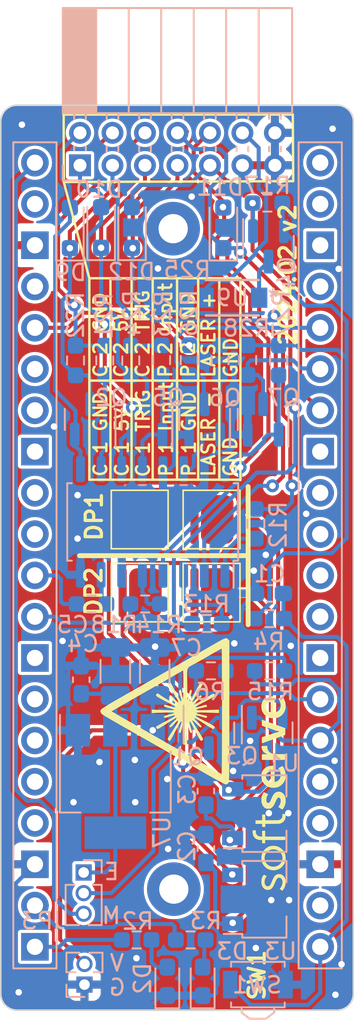
<source format=kicad_pcb>
(kicad_pcb (version 20221018) (generator pcbnew)
  (layers (0 "F.Cu" signal) (31 "B.Cu" signal) (34 "B.Paste" user) (35 "F.Paste" user) (36 "B.SilkS" user "B.Silkscreen") (37 "F.SilkS" user "F.Silkscreen") (38 "B.Mask" user) (39 "F.Mask" user) (44 "Edge.Cuts" user))
  (net 0 "")
  (net 1 "USER_BUTTON")
  (net 2 "GND")
  (net 3 "+3.3V")
  (net 4 "CAM 2 TRIG")
  (net 5 "CAM 2 GND")
  (net 6 "Net-(JP3-A)")
  (net 7 "CAM 1 TRIG")
  (net 8 "Net-(D2-A)")
  (net 9 "Net-(D3-A)")
  (net 10 "Net-(D4-A)")
  (net 11 "Net-(J4-Pin_2)")
  (net 12 "CAM 1 GND")
  (net 13 "Net-(D1-K)")
  (net 14 "PRJ 2 Input")
  (net 15 "PRJ 2 GND")
  (net 16 "PRJ 1 Input")
  (net 17 "PRJ 1 GND")
  (net 18 "CAM 2 5V")
  (net 19 "DOTS_PROJECTOR_2")
  (net 20 "+5V")
  (net 21 "Net-(D4-K)")
  (net 22 "DOTS_PROJECTOR_1")
  (net 23 "Net-(D1-A)")
  (net 24 "Lazer OUT")
  (net 25 "Net-(Q4-D)")
  (net 26 "CAM 1 5V")
  (net 27 "TRIG_OUTPUT_2")
  (net 28 "LED_2")
  (net 29 "LED_1")
  (net 31 "Net-(Q2-B)")
  (net 32 "TRIG_OUTPUT_1")
  (net 54 "Net-(Q5-B)")
  (net 55 "Net-(Q6-B)")
  (net 56 "Net-(Q7-B)")
  (net 57 "Net-(R12-Pad1)")
  (net 58 "Net-(R13-Pad1)")
  (net 59 "Net-(R14-Pad1)")
  (net 60 "Net-(R18-Pad1)")
  (net 61 "+5P")
  (net 62 "TRIG_INPUT_PRJ_2")
  (net 63 "TRIG_INPUT_PRJ_1")
  (net 66 "Net-(J2-Pin_12)")
  (footprint "footprint_library:BELICE-850" (layer "F.Cu") (at 74.4 98.1)
    (fp_text reference "D8" hide)
    (fp_text value "BELICE-850" hide)
  )
  (footprint "footprint_library:BELICE-850" (layer "F.Cu") (at 78.825 102.6)
    (fp_text reference "D5" hide)
    (fp_text value "BELICE-850" hide)
  )
  (footprint "Laser.preety:softserve_logo" (layer "F.Cu") (at 80 111.75 90)
    (fp_text reference "G***" hide)
    (fp_text value "LOGO" hide)
  )
  (footprint "footprint_library:BELICE-850" (layer "F.Cu") (at 74.4 102.6)
    (fp_text reference "D4" hide)
    (fp_text value "BELICE-850" hide)
  )
  (footprint "footprint_library:BELICE-850" (layer "F.Cu") (at 78.825 98.1)
    (fp_text reference "D1" hide)
    (fp_text value "BELICE-850" hide)
  )
  (footprint "Laser.preety:laser_2" (layer "F.Cu") (at 73.575 106.725 90)
    (fp_text reference "G***" hide)
    (fp_text value "LOGO" hide)
  )
  (footprint "LED_SMD:LED_0603_1608Metric_Pad1.05x0.95mm_HandSolder" (layer "B.Cu") (at 73.75 123.325 90)
    (fp_text reference "D2")
    (fp_text value "LED" hide)
  )
  (footprint "Resistor_SMD:R_0603_1608Metric_Pad0.98x0.95mm_HandSolder" (layer "B.Cu") (at 80.6 85.1 90)
    (fp_text reference "R27")
    (fp_text value "5.1k" hide)
  )
  (footprint "Package_TO_SOT_SMD:SOT-23" (layer "B.Cu") (at 76.05 88.7375 90)
    (fp_text reference "Q6")
    (fp_text value "S8050" hide)
  )
  (footprint "Capacitor_SMD:C_0603_1608Metric_Pad1.08x0.95mm_HandSolder" (layer "B.Cu") (at 76.125 115.15 90)
    (fp_text reference "C2")
    (fp_text value "1u" hide)
  )
  (footprint "Package_TO_SOT_SMD:SOT-89-3" (layer "B.Cu") (at 79.725 118.275)
    (fp_text reference "U3")
    (fp_text value "AMC7135" hide)
  )
  (footprint "Resistor_SMD:R_0603_1608Metric_Pad0.98x0.95mm_HandSolder" (layer "B.Cu") (at 71.8625 120.775 180)
    (fp_text reference "R2")
    (fp_text value "300" hide)
  )
  (footprint "Connector_PinHeader_1.27mm:PinHeader_1x03_P1.27mm_Vertical" (layer "B.Cu") (at 68.6 116.625 180)
    (fp_text reference "JP3")
    (fp_text value "Jumper_3_Bridged12" hide)
  )
  (footprint "footprint_library:POWERDI123-C2_DIO" (layer "B.Cu") (at 77.749 81.25 180)
    (fp_text reference "U9")
    (fp_text value "AL5809-20P1-7")
  )
  (footprint "Package_TO_SOT_SMD:SOT-23" (layer "B.Cu") (at 79.65 88.7375 90)
    (fp_text reference "Q7")
    (fp_text value "S8050" hide)
  )
  (footprint "Resistor_SMD:R_0603_1608Metric_Pad0.98x0.95mm_HandSolder" (layer "B.Cu") (at 75.1 85.0875 90)
    (fp_text reference "R26")
    (fp_text value "5.1k" hide)
  )
  (footprint "Package_TO_SOT_SMD:SOT-23" (layer "B.Cu") (at 76.311 108.0375 -90)
    (fp_text reference "Q1")
    (fp_text value "FDN358P" hide)
  )
  (footprint "Resistor_SMD:R_0603_1608Metric_Pad0.98x0.95mm_HandSolder" (layer "B.Cu") (at 79.2 95.1625 90)
    (fp_text reference "R12")
    (fp_text value "220" hide)
  )
  (footprint "Resistor_SMD:R_0603_1608Metric_Pad0.98x0.95mm_HandSolder" (layer "B.Cu") (at 78.7 85.0875 90)
    (fp_text reference "R28")
    (fp_text value "5.1k" hide)
  )
  (footprint "Resistor_SMD:R_0603_1608Metric_Pad0.98x0.95mm_HandSolder" (layer "B.Cu") (at 75.1875 120.775 180)
    (fp_text reference "R3")
    (fp_text value "300" hide)
  )
  (footprint "Resistor_SMD:R_0603_1608Metric_Pad0.98x0.95mm_HandSolder" (layer "B.Cu") (at 79.9125 75.425)
    (fp_text reference "R17")
    (fp_text value "9k" hide)
  )
  (footprint "Capacitor_SMD:C_0603_1608Metric_Pad1.08x0.95mm_HandSolder" (layer "B.Cu") (at 76.125 111.6125 90)
    (fp_text reference "C3")
    (fp_text value "1u" hide)
  )
  (footprint "Package_TO_SOT_SMD:SOT-23" (layer "B.Cu") (at 79.9 108.0375 -90)
    (fp_text reference "Q3")
    (fp_text value "FDN358P" hide)
  )
  (footprint "Diode_SMD:D_SOD-323_HandSoldering" (layer "B.Cu") (at 67.75 76.95 90)
    (fp_text reference "D9")
    (fp_text value "CDSOD323-T05C" hide)
  )
  (footprint "Resistor_SMD:R_0603_1608Metric_Pad0.98x0.95mm_HandSolder" (layer "B.Cu") (at 71.5 85.1125 90)
    (fp_text reference "R24")
    (fp_text value "5.1k" hide)
  )
  (footprint "Diode_SMD:D_SOD-323_HandSoldering" (layer "B.Cu") (at 71.575 76.925 90)
    (fp_text reference "D12")
    (fp_text value "CDSOD323-T05C" hide)
  )
  (footprint "Capacitor_SMD:C_0603_1608Metric_Pad1.08x0.95mm_HandSolder" (layer "B.Cu") (at 68.45 104.7625 90)
    (fp_text reference "C5")
    (fp_text value "100n" hide)
  )
  (footprint "Resistor_SMD:R_0603_1608Metric_Pad0.98x0.95mm_HandSolder" (layer "B.Cu") (at 68.1 85.1125 90)
    (fp_text reference "R22")
    (fp_text value "5.1k" hide)
  )
  (footprint "Resistor_SMD:R_0603_1608Metric_Pad0.98x0.95mm_HandSolder" (layer "B.Cu") (at 77 85.0875 90)
    (fp_text reference "R25")
    (fp_text value "5.1k" hide)
  )
  (footprint "Resistor_SMD:R_0603_1608Metric_Pad0.98x0.95mm_HandSolder" (layer "B.Cu") (at 73.4 85.0875 90)
    (fp_text reference "R23")
    (fp_text value "5.1k" hide)
  )
  (footprint "Package_TO_SOT_SMD:SOT-223-3_TabPin2" (layer "B.Cu") (at 70.55 111.025 -90)
    (fp_text reference "U7")
    (fp_text value "AMS1117-5.0" hide)
  )
  (footprint "Resistor_SMD:R_0603_1608Metric_Pad0.98x0.95mm_HandSolder" (layer "B.Cu") (at 72.3875 100.1 180)
    (fp_text reference "R14")
    (fp_text value "220" hide)
  )
  (footprint "Package_TO_SOT_SMD:SOT-23" (layer "B.Cu") (at 79.975 78.0875 -90)
    (fp_text reference "Q4")
    (fp_text value "FDN358P" hide)
  )
  (footprint "Resistor_SMD:R_0603_1608Metric_Pad0.98x0.95mm_HandSolder" (layer "B.Cu") (at 80.0375 101)
    (fp_text reference "R4")
    (fp_text value "10k" hide)
  )
  (footprint "Resistor_SMD:R_0603_1608Metric_Pad0.98x0.95mm_HandSolder" (layer "B.Cu") (at 69.9 85.1125 90)
    (fp_text reference "R21")
    (fp_text value "5.1k" hide)
  )
  (footprint "LED_SMD:LED_0603_1608Metric_Pad1.05x0.95mm_HandSolder" (layer "B.Cu") (at 75.925 123.325 90)
    (fp_text reference "D3")
    (fp_text value "LED" hide)
  )
  (footprint "Package_SO:SOIC-16_4.55x10.3mm_P1.27mm" (layer "B.Cu") (at 72.85 95.05 90)
    (fp_text reference "U10" hide)
    (fp_text value "TLP291-4" hide)
  )
  (footprint "Package_TO_SOT_SMD:SOT-23" (layer "B.Cu") (at 72.5 88.7375 90)
    (fp_text reference "Q5")
    (fp_text value "S8050" hide)
  )
  (footprint "Capacitor_SMD:C_1206_3216Metric" (layer "B.Cu") (at 70.55 104.25 90)
    (fp_text reference "C4")
    (fp_text value "22u" hide)
  )
  (footprint "Capacitor_SMD:C_0603_1608Metric_Pad1.08x0.95mm_HandSolder" (layer "B.Cu") (at 80.0375 99.45 180)
    (fp_text reference "C1")
    (fp_text value "100n" hide)
  )
  (footprint "Diode_SMD:D_SOD-323_HandSoldering" (layer "B.Cu") (at 77.2 76.95 90)
    (fp_text reference "D11")
    (fp_text value "CDSOD323-T05C" hide)
  )
  (footprint "Diode_SMD:D_SOD-323_HandSoldering" (layer "B.Cu") (at 69.675 76.925 90)
    (fp_text reference "D10")
    (fp_text value "CDSOD323-T05C" hide)
  )
  (footprint "Capacitor_SMD:C_1206_3216Metric" (layer "B.Cu") (at 72.975 104.25 90)
    (fp_text reference "C7")
    (fp_text value "22u" hide)
  )
  (footprint "Connector_PinSocket_2.00mm:PinSocket_2x07_P2.00mm_Horizontal" (layer "B.Cu") (at 68.375 73.1 -90)
    (fp_text reference "J2" hide)
    (fp_text value "Conn_02x07_Top_Bottom" hide)
  )
  (footprint "Connector_PinHeader_1.27mm:PinHeader_1x02_P1.27mm_Vertical" (layer "B.Cu") (at 68.65 123.525)
    (fp_text reference "J4" hide)
    (fp_text value "External power" hide)
  )
  (footprint "Package_TO_SOT_SMD:SOT-89-3" (layer "B.Cu") (at 79.725 113)
    (fp_text reference "U1")
    (fp_text value "AMC7135" hide)
  )
  (footprint "Resistor_SMD:R_0603_1608Metric_Pad0.98x0.95mm_HandSolder" (layer "B.Cu") (at 76.4375 104.2125)
    (fp_text reference "R6")
    (fp_text value "9k" hide)
  )
  (footprint "Resistor_SMD:R_0603_1608Metric_Pad0.98x0.95mm_HandSolder" (layer "B.Cu") (at 80.0375 104.2125)
    (fp_text reference "R15")
    (fp_text value "9k" hide)
  )
  (footprint "Button_Switch_SMD:SW_SPST_B3U-3000P" (layer "B.Cu") (at 79.325 123.525)
    (fp_text reference "SW1")
    (fp_text value "SW_Push" hide)
  )
  (footprint "Resistor_SMD:R_0603_1608Metric_Pad0.98x0.95mm_HandSolder" (layer "B.Cu") (at 69.0875 100.1 180)
    (fp_text reference "R18")
    (fp_text value "220" hide)
  )
  (footprint "Library_footprint:WeAct-RP2040-Pico" (layer "B.Cu") (at 74.374 97.082 180)
    (fp_text reference "U2" hide)
    (fp_text value "WeAct-RP2040-Pico" hide)
  )
  (footprint "Resistor_SMD:R_0603_1608Metric_Pad0.98x0.95mm_HandSolder" (layer "B.Cu") (at 76.1875 101.3 180)
    (fp_text reference "R13")
    (fp_text value "220" hide)
  )
  (footprint "Package_TO_SOT_SMD:SOT-23" (layer "B.Cu") (at 69 88.7375 90)
    (fp_text reference "Q2")
    (fp_text value "S8050" hide)
  )
  (gr_line (start 76.95 80.05) (end 75.65 80.05) (stroke (width 0.15)) (layer "F.SilkS"))
  (gr_line (start 75.65 86.35) (end 76.85 86.35) (stroke (width 0.15)) (layer "F.SilkS"))
  (gr_line (start 81.5 74.075) (end 81.475 69.975) (stroke (width 0.15)) (layer "F.SilkS"))
  (gr_line (start 76.85 86.35) (end 76.95 86.35) (stroke (width 0.15)) (layer "F.SilkS"))
  (gr_line (start 76.95 92.45) (end 75.65 92.45) (stroke (width 0.15)) (layer "F.SilkS"))
  (gr_line (start 75.6 80.05) (end 69 80.05) (stroke (width 0.15)) (layer "F.SilkS"))
  (gr_line (start 68.95 92.45) (end 68.95 80.05) (stroke (width 0.15)) (layer "F.SilkS"))
  (gr_line (start 67.37 69.95) (end 67.375 74.125) (stroke (width 0.15)) (layer "F.SilkS"))
  (gr_line (start 76.95 86.35) (end 76.95 92.45) (stroke (width 0.15)) (layer "F.SilkS"))
  (gr_line (start 75.65 92.45) (end 68.95 92.45) (stroke (width 0.15)) (layer "F.SilkS"))
  (gr_line (start 75.65 80.25) (end 75.65 80.05) (stroke (width 0.15)) (layer "F.SilkS"))
  (gr_line (start 78.25 86.375) (end 78.25 92.475) (stroke (width 0.15)) (layer "F.SilkS"))
  (gr_line (start 78.725 97.125) (end 78.725 92.875) (stroke (width 0.3)) (layer "F.SilkS"))
  (gr_line (start 75.65 80.25) (end 75.65 92.45) (stroke (width 0.15)) (layer "F.SilkS"))
  (gr_line (start 67.375 74.125) (end 81.5 74.075) (stroke (width 0.15)) (layer "F.SilkS"))
  (gr_line (start 76.95 86.35) (end 78.15 86.35) (stroke (width 0.15)) (layer "F.SilkS"))
  (gr_line (start 67.35 69.975) (end 81.475 69.975) (stroke (width 0.15)) (layer "F.SilkS"))
  (gr_line (start 78.725 97.125) (end 78.725 101.375) (stroke (width 0.3)) (layer "F.SilkS"))
  (gr_line (start 78.25 86.35) (end 78.25 80.05) (stroke (width 0.15)) (layer "F.SilkS"))
  (gr_line (start 77 80.05) (end 78.2 80.05) (stroke (width 0.15)) (layer "F.SilkS"))
  (gr_line (start 74.35 80.05) (end 74.35 92.45) (stroke (width 0.15)) (layer "F.SilkS"))
  (gr_line (start 71.55 80.05) (end 71.55 92.45) (stroke (width 0.15)) (layer "F.SilkS"))
  (gr_line (start 76.95 86.35) (end 76.95 80.05) (stroke (width 0.15)) (layer "F.SilkS"))
  (gr_line (start 68.95 80.05) (end 67.375 74.125) (stroke (width 0.15)) (layer "F.SilkS"))
  (gr_line (start 75.65 80.05) (end 75.6 80.05) (stroke (width 0.15)) (layer "F.SilkS"))
  (gr_line (start 78.25 92.45) (end 76.95 92.45) (stroke (width 0.15)) (layer "F.SilkS"))
  (gr_line (start 75.65 86.35) (end 68.95 86.35) (stroke (width 0.15)) (layer "F.SilkS"))
  (gr_line (start 72.85 80.05) (end 72.85 92.45) (stroke (width 0.15)) (layer "F.SilkS"))
  (gr_line (start 70.25 80.05) (end 70.25 92.45) (stroke (width 0.15)) (layer "F.SilkS"))
  (gr_line (start 78.725 97.125) (end 68.35 97.125) (stroke (width 0.3)) (layer "F.SilkS"))
  (gr_line (start 85.2 124.1) (end 85.2 70.85) (stroke (width 0.1)) (layer "Edge.Cuts"))
  (gr_arc (start 84.2 69.4) (mid 84.907107 69.692893) (end 85.2 70.4) (stroke (width 0.1)) (layer "Edge.Cuts"))
  (gr_line (start 64.5 125.1) (end 84.2 125.1) (stroke (width 0.1)) (layer "Edge.Cuts"))
  (gr_line (start 63.5 70.4) (end 63.5 70.85) (stroke (width 0.1)) (layer "Edge.Cuts"))
  (gr_arc (start 85.2 124.1) (mid 84.907107 124.807107) (end 84.2 125.1) (stroke (width 0.1)) (layer "Edge.Cuts"))
  (gr_arc (start 64.5 125.1) (mid 63.792893 124.807107) (end 63.5 124.1) (stroke (width 0.1)) (layer "Edge.Cuts"))
  (gr_arc (start 63.5 70.4) (mid 63.792893 69.692893) (end 64.5 69.4) (stroke (width 0.1)) (layer "Edge.Cuts"))
  (gr_line (start 85.2 70.4) (end 85.2 70.85) (stroke (width 0.1)) (layer "Edge.Cuts"))
  (gr_line (start 63.5 70.85) (end 63.5 124.1) (stroke (width 0.1)) (layer "Edge.Cuts"))
  (gr_line (start 84.2 69.4) (end 64.5 69.4) (stroke (width 0.1)) (layer "Edge.Cuts"))
  (gr_text "M" (at 70.3 119.275) (layer "B.SilkS") (effects (font (size 1 1)) (justify mirror)))
  (gr_text "E" (at 70.325 116.575) (layer "B.SilkS") (effects (font (size 1 1)) (justify mirror)))
  (gr_text "V" (at 70.65 122.2) (layer "B.SilkS") (effects (font (size 1 1)) (justify mirror)))
  (gr_text "G" (at 70.675 123.7) (layer "B.SilkS") (effects (font (size 1 1)) (justify mirror)))
  (gr_text "P 2 GND" (at 75.5 86.25 90) (layer "F.SilkS") (effects (font (size 0.8 0.8)) (justify left bottom)))
  (gr_text "C 2 5V" (at 71.375 86.25 90) (layer "F.SilkS") (effects (font (size 0.8 0.8)) (justify left bottom)))
  (gr_text "P 1 GND" (at 75.55 92.35 90) (layer "F.SilkS") (effects (font (size 0.8 0.8)) (justify left bottom)))
  (gr_text "LASER -\n" (at 76.75 92.35 90) (layer "F.SilkS") (effects (font (size 0.8 0.8)) (justify left bottom)))
  (gr_text "C 1 GND" (at 70.1 92.35 90) (layer "F.SilkS") (effects (font (size 0.8 0.8)) (justify left bottom)))
  (gr_text "SW1" (at 79.85 124.6 90) (layer "F.SilkS") (effects (font (size 1 1) (thickness 0.2) bold) (justify left bottom)))
  (gr_text "C 1 TRIG" (at 72.725 92.375 90) (layer "F.SilkS") (effects (font (size 0.8 0.8)) (justify left bottom)))
  (gr_text "2024.02 v2" (at 81.75 84.3 90) (layer "F.SilkS") (effects (font (size 1 1) (thickness 0.2) bold) (justify left bottom)))
  (gr_text "GND" (at 78.125 86.25 90) (layer "F.SilkS") (effects (font (size 0.8 0.8)) (justify left bottom)))
  (gr_text "LASER +" (at 76.75 86.25 90) (layer "F.SilkS") (effects (font (size 0.8 0.8)) (justify left bottom)))
  (gr_text "C 2 GND" (at 70.1 86.25 90) (layer "F.SilkS") (effects (font (size 0.8 0.8)) (justify left bottom)))
  (gr_text "DP1" (at 69.825 96.325 90) (layer "F.SilkS") (effects (font (size 1 1) (thickness 0.2) bold) (justify left bottom)))
  (gr_text "GND" (at 78.1 92.35 90) (layer "F.SilkS") (effects (font (size 0.8 0.8)) (justify left bottom)))
  (gr_text "P 2 Input" (at 74.1 86.25 90) (layer "F.SilkS") (effects (font (size 0.8 0.8)) (justify left bottom)))
  (gr_text "P 1 Input" (at 74.15 92.35 90) (layer "F.SilkS") (effects (font (size 0.8 0.8)) (justify left bottom)))
  (gr_text "C 1 5V" (at 71.425 92.35 90) (layer "F.SilkS") (effects (font (size 0.8 0.8)) (justify left bottom)))
  (gr_text "C 2 TRIG" (at 72.7 86.25 90) (layer "F.SilkS") (effects (font (size 0.8 0.8)) (justify left bottom)))
  (gr_text "DP2" (at 69.8 100.925 90) (layer "F.SilkS") (effects (font (size 1 1) (thickness 0.2) bold) (justify left bottom)))
  (via (at 74.15 117.65) (size 3.3) (drill 1.8) (layers "F.Cu" "B.Cu") (net 0))
  (segment (start 83.164 124.036) (end 83.164 121.2) (width 0.25) (layer "B.Cu") (net 1))
  (segment (start 82.075 102.125) (end 84.219 102.125) (width 0.25) (layer "B.Cu") (net 1))
  (segment (start 84.789 102.695) (end 84.219 102.125) (width 0.25) (layer "B.Cu") (net 1))
  (segment (start 84.789 119.575) (end 84.789 102.695) (width 0.25) (layer "B.Cu") (net 1))
  (segment (start 82.425 124.775) (end 83.164 124.036) (width 0.25) (layer "B.Cu") (net 1))
  (segment (start 78.875 124.775) (end 82.425 124.775) (width 0.25) (layer "B.Cu") (net 1))
  (segment (start 83.164 121.2) (end 84.789 119.575) (width 0.25) (layer "B.Cu") (net 1))
  (segment (start 80.9 99.45) (end 80.9 100.95) (width 0.25) (layer "B.Cu") (net 1))
  (segment (start 77.625 123.525) (end 78.875 124.775) (width 0.25) (layer "B.Cu") (net 1))
  (segment (start 80.95 101) (end 82.075 102.125) (width 0.25) (layer "B.Cu") (net 1))
  (segment (start 80.9 100.95) (end 80.95 101) (width 0.25) (layer "B.Cu") (net 1))
  (via (at 77.8 110.375) (size 0.8) (drill 0.4) (layers "F.Cu" "B.Cu") (net 2))
  (via (at 79.2 121.275) (size 0.8) (drill 0.4) (layers "F.Cu" "B.Cu") (net 2))
  (via (at 79.811818 97.073636) (size 0.8) (drill 0.4) (layers "F.Cu" "B.Cu") (net 2))
  (via (at 68.225 96.075) (size 0.8) (drill 0.4) (layers "F.Cu" "B.Cu") (net 2))
  (via (at 80.15 118.325) (size 0.8) (drill 0.4) (layers "F.Cu" "B.Cu") (net 2))
  (via (at 73 102.725) (size 0.8) (drill 0.4) (layers "F.Cu" "B.Cu") (net 2))
  (via (at 84.475 122.275) (size 0.8) (drill 0.4) (layers "F.Cu" "B.Cu") (net 2))
  (via (at 71.775 112.3) (size 0.8) (drill 0.4) (layers "F.Cu" "B.Cu") (net 2))
  (via (at 80 112.975) (size 0.8) (drill 0.4) (layers "F.Cu" "B.Cu") (net 2))
  (via (at 78.85 108.525) (size 0.8) (drill 0.4) (layers "F.Cu" "B.Cu") (net 2))
  (via (at 81.35 102.675) (size 0.8) (drill 0.4) (layers "F.Cu" "B.Cu") (net 2))
  (via (at 84.05 109.75) (size 0.8) (drill 0.4) (layers "F.Cu" "B.Cu") (net 2))
  (via (at 84.3 79.475) (size 0.8) (drill 0.4) (layers "F.Cu" "B.Cu") (net 2))
  (via (at 64.6 124) (size 0.8) (drill 0.4) (layers "F.Cu" "B.Cu") (net 2))
  (via (at 82.3 94.55) (size 0.8) (drill 0.4) (layers "F.Cu" "B.Cu") (net 2))
  (via (at 69.575 109.825) (size 0.8) (drill 0.4) (layers "F.Cu" "B.Cu") (net 2))
  (via (at 71.75 109.7) (size 0.8) (drill 0.4) (layers "F.Cu" "B.Cu") (net 2))
  (via (at 75.25 75.025) (size 0.8) (drill 0.4) (layers "F.Cu" "B.Cu") (net 2))
  (via (at 67.3 102.375) (size 0.8) (drill 0.4) (layers "F.Cu" "B.Cu") (net 2))
  (via (at 79.075 98.05) (size 0.8) (drill 0.4) (layers "F.Cu" "B.Cu") (net 2))
  (via (at 71.85 121.9) (size 0.8) (drill 0.4) (layers "F.Cu" "B.Cu") (net 2))
  (via (at 77.875 102.525) (size 0.8) (drill 0.4) (layers "F.Cu" "B.Cu") (net 2))
  (via (at 67.975 112.3) (size 0.8) (drill 0.4) (layers "F.Cu" "B.Cu") (net 2))
  (via (at 64.8 70.6) (size 0.8) (drill 0.4) (layers "F.Cu" "B.Cu") (net 2))
  (via (at 83.925 70.85) (size 0.8) (drill 0.4) (layers "F.Cu" "B.Cu") (net 2))
  (via (at 73.175 79.45) (size 0.8) (drill 0.4) (layers "F.Cu" "B.Cu") (net 2))
  (via (at 66.775 89.175) (size 0.8) (drill 0.4) (layers "F.Cu" "B.Cu") (net 2))
  (via (at 84.1 124.15) (size 0.8) (drill 0.4) (layers "F.Cu" "B.Cu") (net 2))
  (via (at 73.8 115.175) (size 0.8) (drill 0.4) (layers "F.Cu" "B.Cu") (net 2))
  (via (at 73.75 110.875) (size 0.8) (drill 0.4) (layers "F.Cu" "B.Cu") (net 2))
  (via (at 81.25 118.325) (size 0.8) (drill 0.4) (layers "F.Cu" "B.Cu") (net 2))
  (via (at 81.2 112.975) (size 0.8) (drill 0.4) (layers "F.Cu" "B.Cu") (net 2))
  (via (at 68.225 93.4) (size 0.8) (drill 0.4) (layers "F.Cu" "B.Cu") (net 2))
  (segment (start 79.85 122.35) (end 81.025 123.525) (width 0.25) (layer "B.Cu") (net 2))
  (segment (start 76.975 122.35) (end 78.775 122.35) (width 0.25) (layer "B.Cu") (net 2))
  (segment (start 67.75 103.9) (end 67.65 104) (width 0.25) (layer "B.Cu") (net 2))
  (segment (start 77.7 102.775) (end 73 102.725) (width 0.25) (layer "B.Cu") (net 2))
  (segment (start 79.525 118.275) (end 79.475 118.325) (width 0.25) (layer "B.Cu") (net 2))
  (segment (start 75.325 110.825) (end 74.5 111.65) (width 0.25) (layer "B.Cu") (net 2))
  (segment (start 80.125 115.6) (end 80.025 115.5) (width 0.25) (layer "B.Cu") (net 2))
  (segment (start 73.485 92.785) (end 73.7 93) (width 0.25) (layer "B.Cu") (net 2))
  (segment (start 73.485 91.8) (end 73.485 92.785) (width 0.25) (layer "B.Cu") (net 2))
  (segment (start 76.125 114.225) (end 76.125 113.932995) (width 0.25) (layer "B.Cu") (net 2))
  (segment (start 73 102.725) (end 72.975 102.775) (width 0.25) (layer "B.Cu") (net 2))
  (segment (start 76.125 110.825) (end 75.325 110.825) (width 0.25) (layer "B.Cu") (net 2))
  (segment (start 68.425 124.75) (end 72.775 124.75) (width 0.25) (layer "B.Cu") (net 2))
  (segment (start 79.475 118.325) (end 80.15 118.325) (width 0.25) (layer "B.Cu") (net 2))
  (segment (start 74.5 111.65) (end 74.5 113.55) (width 0.25) (layer "B.Cu") (net 2))
  (segment (start 75.925 124.2) (end 76.6 124.2) (width 0.25) (layer "B.Cu") (net 2))
  (segment (start 79.55 113.15) (end 80 112.975) (width 0.25) (layer "B.Cu") (net 2))
  (segment (start 68.405 96.995) (end 68.925 96.475) (width 0.25) (layer "B.Cu") (net 2))
  (segment (start 74.155 91.545) (end 74.155 90.145) (width 0.25) (layer "B.Cu") (net 2))
  (segment (start 80.125 115.925) (end 80.125 115.6) (width 0.25) (layer "B.Cu") (net 2))
  (segment (start 70.725 96.475) (end 70.75 96.45) (width 0.25) (layer "B.Cu") (net 2))
  (segment (start 73.325 124.2) (end 72.775 124.75) (width 0.25) (layer "B.Cu") (net 2))
  (segment (start 76.75 122.575) (end 76.975 122.35) (width 0.25) (layer "B.Cu") (net 2))
  (segment (start 80.15 117.65) (end 80.125 117.675) (width 0.25) (layer "B.Cu") (net 2))
  (segment (start 68.45 103) (end 68.45 103.9) (width 0.25) (layer "B.Cu") (net 2))
  (segment (start 77.95 100.675) (end 79.175 99.45) (width 0.25) (layer "B.Cu") (net 2))
  (segment (start 68.65 123.525) (end 68.65 124.525) (width 0.25) (layer "B.Cu") (net 2))
  (segment (start 77.875 102.525) (end 77.875 102.6) (width 0.25) (layer "B.Cu") (net 2))
  (segment (start 68.45 103.9) (end 67.75 103.9) (width 0.25) (layer "B.Cu") (net 2))
  (segment (start 64.425 117.295) (end 64.425 122.825) (width 0.25) (layer "B.Cu") (net 2))
  (segment (start 76.7 90.725) (end 77.525 90.725) (width 0.15) (layer "B.Cu") (net 2))
  (segment (start 80.125 113.725) (end 80.125 115.925) (width 0.25) (layer "B.Cu") (net 2))
  (segment (start 68.65 124.525) (end 68.425 124.75) (width 0.25) (layer "B.Cu") (net 2))
  (segment (start 77.875 102.6) (end 77.7 102.775) (width 0.25) (layer "B.Cu") (net 2))
  (segment (start 80 112.975) (end 80.125 113.725) (width 0.25) (layer "B.Cu") (net 2))
  (segment (start 76.025 91.4) (end 76.7 90.725) (width 0.25) (layer "B.Cu") (net 2))
  (segment (start 77.8625 118.275) (end 78.55 118.275) (width 0.25) (layer "B.Cu") (net 2))
  (segment (start 77.65 90.15) (end 78.125 89.675) (width 0.15) (layer "B.Cu") (net 2))
  (segment (start 73.485 91.8) (end 73.9 91.8) (width 0.25) (layer "B.Cu") (net 2))
  (segment (start 80.32 116.12) (end 83.164 116.12) (width 0.25) (layer "B.Cu") (net 2))
  (segment (start 68.925 96.475) (end 70.725 96.475) (width 0.25) (layer "B.Cu") (net 2))
  (segment (start 73.9 91.8) (end 74.155 91.545) (width 0.25) (layer "B.Cu") (net 2))
  (segment (start 77.95 102.525) (end 77.95 100.675) (width 0.25) (layer "B.Cu") (net 2))
  (segment (start 75.6 93) (end 76.025 92.575) (width 0.25) (layer "B.Cu") (net 2))
  (segment (start 65.6 116.12) (end 64.425 117.295) (width 0.25) (layer "B.Cu") (net 2))
  (segment (start 73.485 93.715) (end 70.75 96.45) (width 0.25) (layer "B.Cu") (net 2))
  (segment (start 70.945 96.645) (end 70.945 98.3) (width 0.25) (layer "B.Cu") (net 2))
  (segment (start 68.405 98.3) (end 68.405 96.995) (width 0.25) (layer "B.Cu") (net 2))
  (segment (start 76 91.775) (end 76.025 91.8) (width 0.25) (layer "B.Cu") (net 2))
  (segment (start 74.6 89.7) (end 75.075 89.7) (width 0.25) (layer "B.Cu") (net 2))
  (segment (start 77.95 102.525) (end 77.95 102.525) (width 0.25) (layer "B.Cu") (net 2))
  (segment (start 78.775 122.35) (end 79.3 122.875) (width 0.25) (layer "B.Cu") (net 2))
  (segment (start 74.155 90.145) (end 74.6 89.7) (width 0.25) (layer "B.Cu") (net 2))
  (segment (start 76.025 91.8) (end 76.025 91.4) (width 0.25) (layer "B.Cu") (net 2))
  (segment (start 76.75 124.05) (end 76.75 122.575) (width 0.25) (layer "B.Cu") (net 2))
  (segment (start 73.75 124.2) (end 75.925 124.2) (width 0.25) (layer "B.Cu") (net 2))
  (segment (start 77.8625 118.275) (end 79.525 118.275) (width 0.25) (layer "B.Cu") (net 2))
  (segment (start 78.125 89.675) (end 78.7 89.675) (width 0.15) (layer "B.Cu") (net 2))
  (segment (start 80.15 118.325) (end 80.15 117.65) (width 0.25) (layer "B.Cu") (net 2))
  (segment (start 77.95 102.525) (end 77.875 102.525) (width 0.25) (layer "B.Cu") (net 2))
  (segment (start 76.025 92.575) (end 76.025 91.8) (width 0.25) (layer "B.Cu") (net 2))
  (segment (start 70.55 102.775) (end 68.675 102.775) (width 0.25) (layer "B.Cu") (net 2))
  (segment (start 77.8625 113.15) (end 79.55 113.15) (width 0.25) (layer "B.Cu") (net 2))
  (segment (start 79.3 122.875) (end 79.825 122.35) (width 0.25) (layer "B.Cu") (net 2))
  (segment (start 77.525 90.725) (end 77.65 90.6) (width 0.15) (layer "B.Cu") (net 2))
  (segment (start 67.65 107.275) (end 68.25 107.875) (width 0.25) (layer "B.Cu") (net 2))
  (segment (start 64.425 122.825) (end 66.35 124.75) (width 0.25) (layer "B.Cu") (net 2))
  (segment (start 80.375 71.1) (end 80.375 73.1) (width 0.25) (layer "B.Cu") (net 2))
  (segment (start 73.75 124.2) (end 73.325 124.2) (width 0.25) (layer "B.Cu") (net 2))
  (segment (start 75.075 89.7) (end 75.1 89.675) (width 0.25) (layer "B.Cu") (net 2))
  (segment (start 81.025 120.75) (end 81.025 123.525) (width 0.25) (layer "B.Cu") (net 2))
  (segment (start 80.125 115.925) (end 80.32 116.12) (width 0.25) (layer "B.Cu") (net 2))
  (segment (start 75.175 114.225) (end 76.125 114.225) (width 0.25) (layer "B.Cu") (net 2))
  (segment (start 68.675 102.775) (end 68.45 103) (width 0.25) (layer "B.Cu") (net 2))
  (segment (start 67.65 104) (end 67.65 107.275) (width 0.25) (layer "B.Cu") (net 2))
  (segment (start 70.75 96.45) (end 70.945 96.645) (width 0.25) (layer "B.Cu") (net 2))
  (segment (start 66.35 124.75) (end 68.425 124.75) (width 0.25) (layer "B.Cu") (net 2))
  (segment (start 79.825 122.35) (end 79.85 122.35) (width 0.25) (layer "B.Cu") (net 2))
  (segment (start 76.6 124.2) (end 76.75 124.05) (width 0.25) (layer "B.Cu") (net 2))
  (segment (start 74.5 113.55) (end 75.175 114.225) (width 0.25) (layer "B.Cu") (net 2))
  (segment (start 73.485 91.8) (end 73.485 93.715) (width 0.25) (layer "B.Cu") (net 2))
  (segment (start 78.55 118.275) (end 81.025 120.75) (width 0.25) (layer "B.Cu") (net 2))
  (segment (start 80.125 117.675) (end 80.125 115.925) (width 0.25) (layer "B.Cu") (net 2))
  (segment (start 70.55 102.775) (end 72.975 102.775) (width 0.25) (layer "B.Cu") (net 2))
  (segment (start 77.65 90.6) (end 77.65 90.15) (width 0.15) (layer "B.Cu") (net 2))
  (segment (start 73.7 93) (end 75.6 93) (width 0.25) (layer "B.Cu") (net 2))
  (segment (start 65.6 83.1) (end 67.649805 83.1) (width 0.25) (layer "F.Cu") (net 3))
  (segment (start 68.574805 82.175) (end 73.1 82.175) (width 0.25) (layer "F.Cu") (net 3))
  (segment (start 73.1 82.175) (end 75.1 84.175) (width 0.25) (layer "F.Cu") (net 3))
  (segment (start 67.649805 83.1) (end 68.574805 82.175) (width 0.25) (layer "F.Cu") (net 3))
  (via (at 75.1 84.175) (size 0.8) (drill 0.4) (layers "F.Cu" "B.Cu") (net 3))
  (segment (start 80.0375 100.0875) (end 80.0375 97.8875) (width 0.25) (layer "B.Cu") (net 3))
  (segment (start 80.85 75.35) (end 80.85 77.075) (width 0.25) (layer "B.Cu") (net 3))
  (segment (start 80.0375 97.8875) (end 80.95 96.975) (width 0.25) (layer "B.Cu") (net 3))
  (segment (start 80.85 77.075) (end 80.925 77.15) (width 0.25) (layer "B.Cu") (net 3))
  (segment (start 79.125 101) (end 80.0375 100.0875) (width 0.25) (layer "B.Cu") (net 3))
  (segment (start 77 84.175) (end 75.1 84.175) (width 0.25) (layer "B.Cu") (net 3))
  (segment (start 81.965 84.465) (end 84.1 84.465) (width 0.25) (layer "B.Cu") (net 3))
  (segment (start 84.789 82.689) (end 84.789 85) (width 0.25) (layer "B.Cu") (net 3))
  (segment (start 81.6875 84.1875) (end 81.965 84.465) (width 0.25) (layer "B.Cu") (net 3))
  (segment (start 84.254 84.465) (end 84.789 85) (width 0.25) (layer "B.Cu") (net 3))
  (segment (start 81.5 81) (end 82.235 81.735) (width 0.25) (layer "B.Cu") (net 3))
  (segment (start 83.864 96.975) (end 84.789 96.05) (width 0.25) (layer "B.Cu") (net 3))
  (segment (start 82.235 81.735) (end 83.835 81.735) (width 0.25) (layer "B.Cu") (net 3))
  (segment (start 78.6 84.175) (end 77 84.175) (width 0.25) (layer "B.Cu") (net 3))
  (segment (start 84.789 96.05) (end 84.789 85) (width 0.25) (layer "B.Cu") (net 3))
  (segment (start 80.5 84.175) (end 78.6 84.175) (width 0.25) (layer "B.Cu") (net 3))
  (segment (start 84.1 84.465) (end 84.254 84.465) (width 0.25) (layer "B.Cu") (net 3))
  (segment (start 80.95 96.975) (end 83.864 96.975) (width 0.25) (layer "B.Cu") (net 3))
  (segment (start 80.6 84.1875) (end 81.6875 84.1875) (width 0.25) (layer "B.Cu") (net 3))
  (segment (start 80.6875 84.275) (end 80.6 84.1875) (width 0.25) (layer "B.Cu") (net 3))
  (segment (start 80.925 77.15) (end 81.5 77.725) (width 0.25) (layer "B.Cu") (net 3))
  (segment (start 83.835 81.735) (end 84.789 82.689) (width 0.25) (layer "B.Cu") (net 3))
  (segment (start 81.5 77.725) (end 81.5 81) (width 0.25) (layer "B.Cu") (net 3))
  (segment (start 67.75 78.2) (end 67.75 77.175) (width 0.25) (layer "F.Cu") (net 4))
  (segment (start 71.375 73.55) (end 71.375 72.025) (width 0.25) (layer "F.Cu") (net 4))
  (segment (start 67.75 77.175) (end 71.375 73.55) (width 0.25) (layer "F.Cu") (net 4))
  (segment (start 71.375 72.025) (end 72.375 71.025) (width 0.25) (layer "F.Cu") (net 4))
  (via (at 67.75 78.2) (size 0.8) (drill 0.4) (layers "F.Cu" "B.Cu") (net 4))
  (segment (start 67.75 78.2) (end 67.75 80.949195) (width 0.25) (layer "B.Cu") (net 4))
  (segment (start 68.825 86.025) (end 69 86.2) (width 0.25) (layer "B.Cu") (net 4))
  (segment (start 69 86.7) (end 69 87.8) (width 0.25) (layer "B.Cu") (net 4))
  (segment (start 67.75 80.949195) (end 67.299597 81.399598) (width 0.25) (layer "B.Cu") (net 4))
  (segment (start 67.299597 81.399598) (end 67.299597 85.224597) (width 0.25) (layer "B.Cu") (net 4))
  (segment (start 68.1 86.025) (end 68.825 86.025) (width 0.25) (layer "B.Cu") (net 4))
  (segment (start 67.299597 85.224597) (end 68.1 86.025) (width 0.25) (layer "B.Cu") (net 4))
  (segment (start 69 86.2) (end 69 86.7) (width 0.25) (layer "B.Cu") (net 4))
  (segment (start 68.1 88.2) (end 68.1 89.625) (width 0.25) (layer "B.Cu") (net 5))
  (segment (start 67.75 74.4) (end 67.75 75.65) (width 0.25) (layer "B.Cu") (net 5))
  (segment (start 68.205 89.83) (end 68.05 89.675) (width 0.25) (layer "B.Cu") (net 5))
  (segment (start 68.375 71.025) (end 67.2625 72.1375) (width 0.25) (layer "B.Cu") (net 5))
  (segment (start 66.85 86.95) (end 68.1 88.2) (width 0.25) (layer "B.Cu") (net 5))
  (segment (start 67.75 75.65) (end 67.75 76.575) (width 0.25) (layer "B.Cu") (net 5))
  (segment (start 67.2625 73.9125) (end 67.75 74.4) (width 0.25) (layer "B.Cu") (net 5))
  (segment (start 66.849597 77.475403) (end 66.849597 81.25) (width 0.25) (layer "B.Cu") (net 5))
  (segment (start 68 90.4) (end 68.105 90.4) (width 0.25) (layer "B.Cu") (net 5))
  (segment (start 67.75 76.575) (end 66.849597 77.475403) (width 0.25) (layer "B.Cu") (net 5))
  (segment (start 67.2625 72.1375) (end 67.2625 73.9125) (width 0.25) (layer "B.Cu") (net 5))
  (segment (start 68 89.725) (end 68 90.4) (width 0.25) (layer "B.Cu") (net 5))
  (segment (start 67.75 75.65) (end 67.825 75.575) (width 0.25) (layer "B.Cu") (net 5))
  (segment (start 68.105 90.4) (end 68.405 90.7) (width 0.25) (layer "B.Cu") (net 5))
  (segment (start 68.05 89.675) (end 68 89.725) (width 0.25) (layer "B.Cu") (net 5))
  (segment (start 68.1 89.625) (end 68.05 89.675) (width 0.25) (layer "B.Cu") (net 5))
  (segment (start 68.405 91.8) (end 68.405 90.7) (width 0.25) (layer "B.Cu") (net 5))
  (segment (start 66.85 81.1) (end 66.85 86.95) (width 0.25) (layer "B.Cu") (net 5))
  (segment (start 70.55 107.875) (end 70.55 114.175) (width 0.25) (layer "B.Cu") (net 6))
  (segment (start 69.95 116.625) (end 70.55 116.025) (width 0.25) (layer "B.Cu") (net 6))
  (segment (start 70.45 105.625) (end 70.55 105.725) (width 0.25) (layer "B.Cu") (net 6))
  (segment (start 70.55 105.725) (end 70.5 105.775) (width 0.25) (layer "B.Cu") (net 6))
  (segment (start 70.725 114.35) (end 70.55 114.175) (width 0.25) (layer "B.Cu") (net 6))
  (segment (start 70.55 116.025) (end 70.55 114.175) (width 0.25) (layer "B.Cu") (net 6))
  (segment (start 68.6 116.625) (end 69.95 116.625) (width 0.25) (layer "B.Cu") (net 6))
  (segment (start 70.55 107.875) (end 70.55 105.725) (width 0.25) (layer "B.Cu") (net 6))
  (segment (start 68.45 105.625) (end 70.45 105.625) (width 0.25) (layer "B.Cu") (net 6))
  (segment (start 69.675 78.175) (end 69.675 76.8) (width 0.25) (layer "F.Cu") (net 7))
  (segment (start 72.375 74.1) (end 72.375 73.025) (width 0.25) (layer "F.Cu") (net 7))
  (segment (start 69.675 76.8) (end 72.375 74.1) (width 0.25) (layer "F.Cu") (net 7))
  (via (at 69.675 78.175) (size 0.8) (drill 0.4) (layers "F.Cu" "B.Cu") (net 7))
  (segment (start 72.5 86.3) (end 72.5 87.8) (width 0.25) (layer "B.Cu") (net 7))
  (segment (start 71.5 86.025) (end 71.525 86) (width 0.25) (layer "B.Cu") (net 7))
  (segment (start 70.7 82.55) (end 70.7 85.225) (width 0.25) (layer "B.Cu") (net 7))
  (segment (start 71.525 86) (end 72.2 86) (width 0.25) (layer "B.Cu") (net 7))
  (segment (start 69.675 81.525) (end 70.7 82.55) (width 0.25) (layer "B.Cu") (net 7))
  (segment (start 70.7 85.225) (end 71.5 86.025) (width 0.25) (layer "B.Cu") (net 7))
  (segment (start 72.2 86) (end 72.5 86.3) (width 0.25) (layer "B.Cu") (net 7))
  (segment (start 69.675 78.175) (end 69.675 81.525) (width 0.25) (layer "B.Cu") (net 7))
  (segment (start 73.075 122.45) (end 73.75 122.45) (width 0.25) (layer "B.Cu") (net 8))
  (segment (start 72.775 122.15) (end 73.075 122.45) (width 0.25) (layer "B.Cu") (net 8))
  (segment (start 72.775 120.775) (end 72.775 122.15) (width 0.25) (layer "B.Cu") (net 8))
  (segment (start 76.025 122.35) (end 75.925 122.45) (width 0.25) (layer "B.Cu") (net 9))
  (segment (start 76.025 120.775) (end 76.025 122.35) (width 0.25) (layer "B.Cu") (net 9))
  (segment (start 71.225 97.575) (end 71 97.8) (width 0.25) (layer "F.Cu") (net 10))
  (segment (start 75.425 99.4) (end 75.425 97.825) (width 0.25) (layer "F.Cu") (net 10))
  (segment (start 75.175 109.2) (end 75.175 106.2) (width 0.25) (layer "F.Cu") (net 10))
  (segment (start 71 97.8) (end 71 99.4) (width 0.25) (layer "F.Cu") (net 10))
  (segment (start 75.175 106.2) (end 71 102.025) (width 0.25) (layer "F.Cu") (net 10))
  (segment (start 71 102.025) (end 71 99.4) (width 0.25) (layer "F.Cu") (net 10))
  (segment (start 75.425 97.825) (end 75.175 97.575) (width 0.25) (layer "F.Cu") (net 10))
  (segment (start 77.525 111.55) (end 75.175 109.2) (width 0.25) (layer "F.Cu") (net 10))
  (segment (start 75.175 97.575) (end 71.225 97.575) (width 0.25) (layer "F.Cu") (net 10))
  (via (at 77.525 111.55) (size 0.8) (drill 0.4) (layers "F.Cu" "B.Cu") (net 10))
  (segment (start 77.775 111.65) (end 79.4 111.65) (width 0.25) (layer "B.Cu") (net 10))
  (segment (start 79.9 111.15) (end 79.9 108.975) (width 0.25) (layer "B.Cu") (net 10))
  (segment (start 79.4 111.65) (end 79.9 111.15) (width 0.25) (layer "B.Cu") (net 10))
  (segment (start 67.175 112.625) (end 67.15 112.65) (width 0.25) (layer "F.Cu") (net 11))
  (segment (start 67.15 112.65) (end 67.15 120.475) (width 0.25) (layer "F.Cu") (net 11))
  (segment (start 67.175 109.8) (end 67.175 112.625) (width 0.25) (layer "F.Cu") (net 11))
  (segment (start 69.1 107.875) (end 67.175 109.8) (width 0.25) (layer "F.Cu") (net 11))
  (segment (start 72.85 107.875) (end 69.1 107.875) (width 0.25) (layer "F.Cu") (net 11))
  (segment (start 67.15 120.755) (end 67.15 120.475) (width 0.25) (layer "F.Cu") (net 11))
  (segment (start 68.65 122.255) (end 67.15 120.755) (width 0.25) (layer "F.Cu") (net 11))
  (via (at 72.85 107.875) (size 0.8) (drill 0.4) (layers "F.Cu" "B.Cu") (net 11))
  (segment (start 72.8 105.9) (end 72.975 105.725) (width 0.25) (layer "B.Cu") (net 11))
  (segment (start 72.85 107.875) (end 72.85 105.85) (width 0.25) (layer "B.Cu") (net 11))
  (segment (start 72.85 105.85) (end 72.975 105.725) (width 0.25) (layer "B.Cu") (net 11))
  (segment (start 69.9 86.3) (end 69.9 82.9) (width 0.25) (layer "F.Cu") (net 12))
  (segment (start 71.6 88) (end 69.9 86.3) (width 0.25) (layer "F.Cu") (net 12))
  (via (at 69.9 82.9) (size 0.8) (drill 0.4) (layers "F.Cu" "B.Cu") (net 12))
  (via (at 71.6 88) (size 0.8) (drill 0.4) (layers "F.Cu" "B.Cu") (net 12))
  (segment (start 68.85 81.75) (end 69.2625 82.1625) (width 0.25) (layer "B.Cu") (net 12))
  (segment (start 68.925 74.625) (end 69.375 74.625) (width 0.25) (layer "B.Cu") (net 12))
  (segment (start 69.675 76.65) (end 68.85 77.475) (width 0.25) (layer "B.Cu") (net 12))
  (segment (start 69.8 82.8) (end 69.9 82.9) (width 0.25) (layer "B.Cu") (net 12))
  (segment (start 69.675 74.925) (end 69.675 75.675) (width 0.25) (layer "B.Cu") (net 12))
  (segment (start 69.375 74.625) (end 69.675 74.925) (width 0.25) (layer "B.Cu") (net 12))
  (segment (start 70.9 91.755) (end 70.945 91.8) (width 0.25) (layer "B.Cu") (net 12))
  (segment (start 69.8 82.7) (end 69.8 82.8) (width 0.25) (layer "B.Cu") (net 12))
  (segment (start 71.55 89.675) (end 71.225 89.675) (width 0.25) (layer "B.Cu") (net 12))
  (segment (start 71.6 88) (end 71.6 89.625) (width 0.25) (layer "B.Cu") (net 12))
  (segment (start 68.375 74.075) (end 68.925 74.625) (width 0.25) (layer "B.Cu") (net 12))
  (segment (start 68.375 73.025) (end 68.375 74.075) (width 0.25) (layer "B.Cu") (net 12))
  (segment (start 68.85 77.475) (end 68.85 81.75) (width 0.25) (layer "B.Cu") (net 12))
  (segment (start 69.075 81.975) (end 69.2625 82.1625) (width 0.25) (layer "B.Cu") (net 12))
  (segment (start 71.6 89.625) (end 71.55 89.675) (width 0.25) (layer "B.Cu") (net 12))
  (segment (start 69.2625 82.1625) (end 69.8 82.7) (width 0.25) (layer "B.Cu") (net 12))
  (segment (start 68.975 81.875) (end 69.075 81.975) (width 0.25) (layer "B.Cu") (net 12))
  (segment (start 71.225 89.675) (end 70.9 90) (width 0.25) (layer "B.Cu") (net 12))
  (segment (start 69.675 75.675) (end 69.675 76.65) (width 0.25) (layer "B.Cu") (net 12))
  (segment (start 70.9 90) (end 70.9 91.755) (width 0.25) (layer "B.Cu") (net 12))
  (segment (start 80.575 98.95) (end 80.575 96.15) (width 0.25) (layer "F.Cu") (net 13))
  (segment (start 80.575 98.95) (end 80.575 98.775) (width 0.25) (layer "F.Cu") (net 13))
  (segment (start 76.575 96.925) (end 76.65 96.85) (width 0.25) (layer "F.Cu") (net 13))
  (segment (start 72.625 96.925) (end 76.575 96.925) (width 0.25) (layer "F.Cu") (net 13))
  (segment (start 79.325 94.9) (end 76.825 94.9) (width 0.25) (layer "F.Cu") (net 13))
  (segment (start 76.825 96.675) (end 76.575 96.925) (width 0.25) (layer "F.Cu") (net 13))
  (segment (start 72.625 96.925) (end 72.55 96.85) (width 0.25) (layer "F.Cu") (net 13))
  (segment (start 78.7 118.8) (end 78.7 112.75) (width 0.25) (layer "F.Cu") (net 13))
  (segment (start 76.825 94.9) (end 76.825 96.675) (width 0.25) (layer "F.Cu") (net 13))
  (segment (start 72.4 96.7) (end 72.55 96.85) (width 0.25) (layer "F.Cu") (net 13))
  (segment (start 72.4 94.9) (end 72.4 96.7) (width 0.25) (layer "F.Cu") (net 13))
  (segment (start 77.775 119.725) (end 78.7 118.8) (width 0.25) (layer "F.Cu") (net 13))
  (segment (start 80.575 96.15) (end 79.325 94.9) (width 0.25) (layer "F.Cu") (net 13))
  (segment (start 78.7 112.75) (end 80.575 110.875) (width 0.25) (layer "F.Cu") (net 13))
  (segment (start 80.575 110.875) (end 80.575 98.95) (width 0.25) (layer "F.Cu") (net 13))
  (via (at 77.775 119.725) (size 0.8) (drill 0.4) (layers "F.Cu" "B.Cu") (net 13))
  (segment (start 76.875 119.775) (end 77.775 119.775) (width 0.25) (layer "B.Cu") (net 13))
  (segment (start 76.7 116.525) (end 76.7 117.8) (width 0.25) (layer "B.Cu") (net 13))
  (segment (start 76.125 115.95) (end 76.7 116.525) (width 0.25) (layer "B.Cu") (net 13))
  (segment (start 76.7 119.6) (end 76.7 117.8) (width 0.25) (layer "B.Cu") (net 13))
  (segment (start 76.7 117.8) (end 76.725 117.775) (width 0.25) (layer "B.Cu") (net 13))
  (segment (start 76.7 119.6) (end 76.875 119.775) (width 0.25) (layer "B.Cu") (net 13))
  (segment (start 78.375 78.3245) (end 78.2495 78.45) (width 0.25) (layer "F.Cu") (net 14))
  (segment (start 81.325 81.5255) (end 81.325 87.725) (width 0.25) (layer "F.Cu") (net 14))
  (segment (start 74.375 71.025) (end 74.960786 71.025) (width 0.25) (layer "F.Cu") (net 14))
  (segment (start 78.2495 78.45) (end 81.325 81.5255) (width 0.25) (layer "F.Cu") (net 14))
  (segment (start 81.325 87.725) (end 81.625 88.025) (width 0.25) (layer "F.Cu") (net 14))
  (via (at 81.625 88.025) (size 0.8) (drill 0.4) (layers "F.Cu" "B.Cu") (net 14))
  (via (at 74.1105 77) (size 3.3) (drill 1.8) (layers "F.Cu" "B.Cu") (net 14))
  (via (at 78.2495 78.45) (size 0.8) (drill 0.4) (layers "F.Cu" "B.Cu") (net 14))
  (segment (start 81.115608 92.009392) (end 81.625 91.5) (width 0.25) (layer "B.Cu") (net 14))
  (segment (start 79.259392 92.019009) (end 79.259392 92.009392) (width 0.25) (layer "B.Cu") (net 14))
  (segment (start 74.35 101.3) (end 74.155 101.105) (width 0.25) (layer "B.Cu") (net 14))
  (segment (start 77.2 78.2) (end 77.9995 78.2) (width 0.25) (layer "B.Cu") (net 14))
  (segment (start 77 72.1) (end 77.375 72.475) (width 0.25) (layer "B.Cu") (net 14))
  (segment (start 74.155 101.105) (end 74.155 97.1234) (width 0.25) (layer "B.Cu") (net 14))
  (segment (start 77.375 73.514214) (end 76.375 74.514214) (width 0.25) (layer "B.Cu") (net 14))
  (segment (start 76.375 77.375) (end 77.2 78.2) (width 0.25) (layer "B.Cu") (net 14))
  (segment (start 76.375 74.514214) (end 76.375 77.375) (width 0.25) (layer "B.Cu") (net 14))
  (segment (start 74.155 97.1234) (end 79.259392 92.019009) (width 0.25) (layer "B.Cu") (net 14))
  (segment (start 74.375 71.1) (end 75.375 72.1) (width 0.25) (layer "B.Cu") (net 14))
  (segment (start 81.625 91.5) (end 81.625 88.025) (width 0.25) (layer "B.Cu") (net 14))
  (segment (start 79.259392 92.009392) (end 81.115608 92.009392) (width 0.25) (layer "B.Cu") (net 14))
  (segment (start 75.275 101.3) (end 74.35 101.3) (width 0.25) (layer "B.Cu") (net 14))
  (segment (start 77.375 72.475) (end 77.375 73.514214) (width 0.25) (layer "B.Cu") (net 14))
  (segment (start 75.375 72.1) (end 77 72.1) (width 0.25) (layer "B.Cu") (net 14))
  (segment (start 77.9995 78.2) (end 78.2495 78.45) (width 0.25) (layer "B.Cu") (net 14))
  (segment (start 75.375 72.025) (end 76.375 71.025) (width 0.25) (layer "F.Cu") (net 15))
  (segment (start 77.175 75.675) (end 77.175 75.314214) (width 0.25) (layer "F.Cu") (net 15))
  (segment (start 77.25 77.125) (end 76.825 77.55) (width 0.25) (layer "F.Cu") (net 15))
  (segment (start 78.85 82.7) (end 79.975 83.825) (width 0.25) (layer "F.Cu") (net 15))
  (segment (start 79.249799 90.674799) (end 78.234799 91.689799) (width 0.25) (layer "F.Cu") (net 15))
  (segment (start 76.825 77.55) (end 76.825 79.087201) (width 0.25) (layer "F.Cu") (net 15))
  (segment (start 77.25 75.75) (end 77.25 77.125) (width 0.25) (layer "F.Cu") (net 15))
  (segment (start 77.175 75.314214) (end 75.375 73.514214) (width 0.25) (layer "F.Cu") (net 15))
  (segment (start 78.85 81.112201) (end 78.85 82.7) (width 0.25) (layer "F.Cu") (net 15))
  (segment (start 77.175 75.675) (end 77.25 75.75) (width 0.25) (layer "F.Cu") (net 15))
  (segment (start 80.025 89.825) (end 79.249799 90.600201) (width 0.25) (layer "F.Cu") (net 15))
  (segment (start 79.975 89.775) (end 80.025 89.825) (width 0.25) (layer "F.Cu") (net 15))
  (segment (start 79.249799 90.600201) (end 79.249799 90.674799) (width 0.25) (layer "F.Cu") (net 15))
  (segment (start 79.975 83.825) (end 79.975 89.775) (width 0.25) (layer "F.Cu") (net 15))
  (segment (start 75.375 73.514214) (end 75.375 72.025) (width 0.25) (layer "F.Cu") (net 15))
  (segment (start 76.825 79.087201) (end 78.85 81.112201) (width 0.25) (layer "F.Cu") (net 15))
  (via (at 78.234799 91.689799) (size 0.8) (drill 0.4) (layers "F.Cu" "B.Cu") (net 15))
  (via (at 77.175 75.675) (size 0.8) (drill 0.4) (layers "F.Cu" "B.Cu") (net 15))
  (segment (start 77.2 75.7) (end 77.2 75.75) (width 0.25) (layer "B.Cu") (net 15))
  (segment (start 77.175 75.675) (end 77.2 75.7) (width 0.25) (layer "B.Cu") (net 15))
  (segment (start 78.234799 91.689799) (end 78.234799 92.407206) (width 0.25) (layer "B.Cu") (net 15))
  (segment (start 78.234799 92.407206) (end 73.485 97.157004) (width 0.25) (layer "B.Cu") (net 15))
  (segment (start 73.485 97.157004) (end 73.485 98.3) (width 0.25) (layer "B.Cu") (net 15))
  (segment (start 80.325 82.3755) (end 80.875 82.9255) (width 0.25) (layer "F.Cu") (net 16))
  (segment (start 80.875 88.45) (end 81.325 88.9) (width 0.25) (layer "F.Cu") (net 16))
  (segment (start 74.375 74.025) (end 74.375 73.025) (width 0.25) (layer "F.Cu") (net 16))
  (segment (start 71.625 78.2) (end 71.625 76.1) (width 0.25) (layer "F.Cu") (net 16))
  (segment (start 72.694302 75.030698) (end 73.369302 75.030698) (width 0.25) (layer "F.Cu") (net 16))
  (segment (start 80.875 82.9255) (end 80.875 88.45) (width 0.25) (layer "F.Cu") (net 16))
  (segment (start 81.325 88.9) (end 81.325 92.725) (width 0.25) (layer "F.Cu") (net 16))
  (segment (start 73.369302 75.030698) (end 74.375 74.025) (width 0.25) (layer "F.Cu") (net 16))
  (segment (start 81.325 92.725) (end 81.425 92.825) (width 0.25) (layer "F.Cu") (net 16))
  (segment (start 71.625 76.1) (end 72.694302 75.030698) (width 0.25) (layer "F.Cu") (net 16))
  (via (at 71.625 78.2) (size 0.8) (drill 0.4) (layers "F.Cu" "B.Cu") (net 16))
  (via (at 81.425 92.825) (size 0.8) (drill 0.4) (layers "F.Cu" "B.Cu") (net 16))
  (via (at 80.325 82.3755) (size 0.8) (drill 0.4) (layers "F.Cu" "B.Cu") (net 16))
  (segment (start 80.0505 82.65) (end 80.325 82.3755) (width 0.25) (layer "B.Cu") (net 16))
  (segment (start 71.6 81.375) (end 72.875 82.65) (width 0.25) (layer "B.Cu") (net 16))
  (segment (start 79.2 94.25) (end 81 94.25) (width 0.25) (layer "B.Cu") (net 16))
  (segment (start 81 94.25) (end 81.425 93.825) (width 0.25) (layer "B.Cu") (net 16))
  (segment (start 81.425 93.825) (end 81.425 92.825) (width 0.25) (layer "B.Cu") (net 16))
  (segment (start 71.6 78.175) (end 71.6 81.375) (width 0.25) (layer "B.Cu") (net 16))
  (segment (start 72.875 82.65) (end 80.0505 82.65) (width 0.25) (layer "B.Cu") (net 16))
  (segment (start 79.405947 81.031752) (end 77.45 79.075805) (width 0.25) (layer "F.Cu") (net 17))
  (segment (start 79.405947 82.525) (end 79.405947 81.031752) (width 0.25) (layer "F.Cu") (net 17))
  (segment (start 80.3 92.825) (end 80.875 92.25) (width 0.25) (layer "F.Cu") (net 17))
  (segment (start 77.45 79.075805) (end 77.45 77.875) (width 0.25) (layer "F.Cu") (net 17))
  (segment (start 77.45 77.875) (end 78.05 77.275) (width 0.25) (layer "F.Cu") (net 17))
  (segment (start 80.425 83.525) (end 80.405948 83.525) (width 0.25) (layer "F.Cu") (net 17))
  (segment (start 80.425 88.775) (end 80.425 83.525) (width 0.25) (layer "F.Cu") (net 17))
  (segment (start 78.05 74.7) (end 76.375 73.025) (width 0.25) (layer "F.Cu") (net 17))
  (segment (start 80.405948 83.525) (end 79.405947 82.525) (width 0.25) (layer "F.Cu") (net 17))
  (segment (start 80.875 92.25) (end 80.875 89.225) (width 0.25) (layer "F.Cu") (net 17))
  (segment (start 80.225 92.825) (end 80.3 92.825) (width 0.25) (layer "F.Cu") (net 17))
  (segment (start 78.05 77.275) (end 78.05 74.7) (width 0.25) (layer "F.Cu") (net 17))
  (segment (start 80.875 89.225) (end 80.425 88.775) (width 0.25) (layer "F.Cu") (net 17))
  (via (at 80.225 92.825) (size 0.8) (drill 0.4) (layers "F.Cu" "B.Cu") (net 17))
  (segment (start 76.025 96.142005) (end 76.025 98.3) (width 0.25) (layer "B.Cu") (net 17))
  (segment (start 71.6 74.775) (end 72.062701 74.312299) (width 0.25) (layer "B.Cu") (net 17))
  (segment (start 75.087701 74.312299) (end 76.375 73.025) (width 0.25) (layer "B.Cu") (net 17))
  (segment (start 76.025 98.3) (end 76.025 98.484074) (width 0.25) (layer "B.Cu") (net 17))
  (segment (start 79.342005 92.825) (end 76.025 96.142005) (width 0.25) (layer "B.Cu") (net 17))
  (segment (start 80.225 92.825) (end 79.342005 92.825) (width 0.25) (layer "B.Cu") (net 17))
  (segment (start 72.062701 74.312299) (end 75.087701 74.312299) (width 0.25) (layer "B.Cu") (net 17))
  (segment (start 71.6 75.675) (end 71.6 74.775) (width 0.25) (layer "B.Cu") (net 17))
  (segment (start 67.025 80.7005) (end 68.0245 81.7) (width 0.25) (layer "F.Cu") (net 18))
  (segment (start 69.375 74.275) (end 67.025 76.625) (width 0.25) (layer "F.Cu") (net 18))
  (segment (start 69.375 72.025) (end 69.375 74.275) (width 0.25) (layer "F.Cu") (net 18))
  (segment (start 70.375 71.025) (end 69.375 72.025) (width 0.25) (layer "F.Cu") (net 18))
  (segment (start 67.025 76.625) (end 67.025 80.7005) (width 0.25) (layer "F.Cu") (net 18))
  (via (at 68.0245 81.7) (size 0.8) (drill 0.4) (layers "F.Cu" "B.Cu") (net 18))
  (segment (start 68.1 84.2) (end 69.9 84.2) (width 0.25) (layer "B.Cu") (net 18))
  (segment (start 68.1 81.7755) (end 68.1 84.2) (width 0.25) (layer "B.Cu") (net 18))
  (segment (start 68.0245 81.7) (end 68.1 81.7755) (width 0.25) (layer "B.Cu") (net 18))
  (segment (start 75.5375 105.5875) (end 75.361 105.764) (width 0.25) (layer "B.Cu") (net 19))
  (segment (start 75.361 107.1) (end 75.361 105.764) (width 0.25) (layer "B.Cu") (net 19))
  (segment (start 81.5975 105.96) (end 81.225 105.5875) (width 0.25) (layer "B.Cu") (net 19))
  (segment (start 75.525 104.2125) (end 75.525 105.6) (width 0.25) (layer "B.Cu") (net 19))
  (segment (start 75.361 105.764) (end 75.525 105.6) (width 0.25) (layer "B.Cu") (net 19))
  (segment (start 81.225 105.5875) (end 75.5375 105.5875) (width 0.25) (layer "B.Cu") (net 19))
  (segment (start 83.164 105.96) (end 81.5975 105.96) (width 0.25) (layer "B.Cu") (net 19))
  (segment (start 80.95 103.475) (end 80.95 104.2125) (width 0.25) (layer "B.Cu") (net 20))
  (segment (start 80.8875 103.4125) (end 80.95 103.475) (width 0.25) (layer "B.Cu") (net 20))
  (segment (start 76.770251 107.1) (end 77.261 107.1) (width 0.25) (layer "B.Cu") (net 20))
  (segment (start 74.55 103.904505) (end 74.55 108.6) (width 0.25) (layer "B.Cu") (net 20))
  (segment (start 77.375 103.4125) (end 77.375 104.1875) (width 0.25) (layer "B.Cu") (net 20))
  (segment (start 78.2055 106.9445) (end 78.2055 106.4) (width 0.25) (layer "B.Cu") (net 20))
  (segment (start 78.05 107.1) (end 78.2055 106.9445) (width 0.25) (layer "B.Cu") (net 20))
  (segment (start 80.65 106.1) (end 80.825 106.275) (width 0.25) (layer "B.Cu") (net 20))
  (segment (start 77.375 104.1875) (end 77.35 104.2125) (width 0.25) (layer "B.Cu") (net 20))
  (segment (start 72.9 115.3) (end 72.9 115.025) (width 0.25) (layer "B.Cu") (net 20))
  (segment (start 68.6 117.895) (end 70.305 117.895) (width 0.25) (layer "B.Cu") (net 20))
  (segment (start 80.65 106.0375) (end 80.65 106.1) (width 0.25) (layer "B.Cu") (net 20))
  (segment (start 70.305 117.895) (end 72.025 116.175) (width 0.25) (layer "B.Cu") (net 20))
  (segment (start 72.025 116.175) (end 72.9 115.3) (width 0.25) (layer "B.Cu") (net 20))
  (segment (start 80.825 106.275) (end 80.825 107.075) (width 0.25) (layer "B.Cu") (net 20))
  (segment (start 72.9 110.325) (end 74.55 108.675) (width 0.25) (layer "B.Cu") (net 20))
  (segment (start 75.276749 108.6) (end 76.776749 107.1) (width 0.25) (layer "B.Cu") (net 20))
  (segment (start 74.55 108.675) (end 74.55 108.6) (width 0.25) (layer "B.Cu") (net 20))
  (segment (start 78.2055 106.4) (end 78.568 106.0375) (width 0.25) (layer "B.Cu") (net 20))
  (segment (start 77.375 103.4125) (end 80.8875 103.4125) (width 0.25) (layer "B.Cu") (net 20))
  (segment (start 75.042005 103.4125) (end 74.55 103.904505) (width 0.25) (layer "B.Cu") (net 20))
  (segment (start 78.568 106.0375) (end 80.65 106.0375) (width 0.25) (layer "B.Cu") (net 20))
  (segment (start 75.975 103.4125) (end 75.042005 103.4125) (width 0.25) (layer "B.Cu") (net 20))
  (segment (start 72.9 115.025) (end 72.9 110.325) (width 0.25) (layer "B.Cu") (net 20))
  (segment (start 74.55 108.6) (end 75.276749 108.6) (width 0.25) (layer "B.Cu") (net 20))
  (segment (start 80.825 107.075) (end 80.85 107.1) (width 0.25) (layer "B.Cu") (net 20))
  (segment (start 75.975 103.4125) (end 77.375 103.4125) (width 0.25) (layer "B.Cu") (net 20))
  (segment (start 76.776749 107.1) (end 77.261 107.1) (width 0.25) (layer "B.Cu") (net 20))
  (segment (start 77.261 107.1) (end 78.05 107.1) (width 0.25) (layer "B.Cu") (net 20))
  (segment (start 78.95 99.4) (end 80.125 100.575) (width 0.25) (layer "F.Cu") (net 21))
  (segment (start 72.4 101.25) (end 72.625 101.475) (width 0.25) (layer "F.Cu") (net 21))
  (segment (start 80.125 110.675) (end 78.25 112.55) (width 0.25) (layer "F.Cu") (net 21))
  (segment (start 80.125 100.575) (end 80.125 110.675) (width 0.25) (layer "F.Cu") (net 21))
  (segment (start 78.25 112.55) (end 78.25 113.975) (width 0.25) (layer "F.Cu") (net 21))
  (segment (start 72.4 99.4) (end 72.4 101.25) (width 0.25) (layer "F.Cu") (net 21))
  (segment (start 72.625 101.475) (end 76.725 101.475) (width 0.25) (layer "F.Cu") (net 21))
  (segment (start 76.725 101.475) (end 76.825 101.375) (width 0.25) (layer "F.Cu") (net 21))
  (segment (start 76.825 101.375) (end 76.825 99.4) (width 0.25) (layer "F.Cu") (net 21))
  (segment (start 76.825 99.4) (end 78.95 99.4) (width 0.25) (layer "F.Cu") (net 21))
  (segment (start 78.25 113.975) (end 77.6 114.625) (width 0.25) (layer "F.Cu") (net 21))
  (via (at 77.6 114.625) (size 0.8) (drill 0.4) (layers "F.Cu" "B.Cu") (net 21))
  (segment (start 77.639753 113.789753) (end 77.775 113.925) (width 0.25) (layer "B.Cu") (net 21))
  (segment (start 76.470495 113.3) (end 76.960247 113.789753) (width 0.25) (layer "B.Cu") (net 21))
  (segment (start 76.125 112.475) (end 76.125 113.3) (width 0.25) (layer "B.Cu") (net 21))
  (segment (start 76.125 113.3) (end 76.470495 113.3) (width 0.25) (layer "B.Cu") (net 21))
  (segment (start 77.775 113.925) (end 77.775 114.5) (width 0.25) (layer "B.Cu") (net 21))
  (segment (start 76.960247 113.789753) (end 77.639753 113.789753) (width 0.25) (layer "B.Cu") (net 21))
  (segment (start 80.840749 108.5) (end 83.164 108.5) (width 0.25) (layer "B.Cu") (net 22))
  (segment (start 84.339 105.414) (end 83.7 104.775) (width 0.25) (layer "B.Cu") (net 22))
  (segment (start 79.440749 107.1) (end 80.840749 108.5) (width 0.25) (layer "B.Cu") (net 22))
  (segment (start 78.95 107.1) (end 79.440749 107.1) (width 0.25) (layer "B.Cu") (net 22))
  (segment (start 83.7 104.775) (end 81.670495 104.775) (width 0.25) (layer "B.Cu") (net 22))
  (segment (start 84.339 107.325) (end 84.339 105.414) (width 0.25) (layer "B.Cu") (net 22))
  (segment (start 79.25 105.05) (end 81.395495 105.05) (width 0.25) (layer "B.Cu") (net 22))
  (segment (start 79.125 104.925) (end 79.25 105.05) (width 0.25) (layer "B.Cu") (net 22))
  (segment (start 79.125 104.2125) (end 79.125 104.925) (width 0.25) (layer "B.Cu") (net 22))
  (segment (start 81.395495 105.05) (end 81.670495 104.775) (width 0.25) (layer "B.Cu") (net 22))
  (segment (start 83.164 108.5) (end 84.339 107.325) (width 0.25) (layer "B.Cu") (net 22))
  (segment (start 77.75 116.75) (end 74.725 113.725) (width 0.25) (layer "F.Cu") (net 23))
  (segment (start 74.725 106.475) (end 70.15 101.9) (width 0.25) (layer "F.Cu") (net 23))
  (segment (start 70.15 101.9) (end 70.15 95.025) (width 0.25) (layer "F.Cu") (net 23))
  (segment (start 75.275 93.075) (end 75.4 93.2) (width 0.25) (layer "F.Cu") (net 23))
  (segment (start 75.4 93.2) (end 75.4 94.9) (width 0.25) (layer "F.Cu") (net 23))
  (segment (start 71 94.9) (end 71 93.3) (width 0.25) (layer "F.Cu") (net 23))
  (segment (start 71 94.9) (end 70.275 94.9) (width 0.25) (layer "F.Cu") (net 23))
  (segment (start 74.725 109.85) (end 74.725 106.475) (width 0.25) (layer "F.Cu") (net 23))
  (segment (start 70.275 94.9) (end 70.15 95.025) (width 0.25) (layer "F.Cu") (net 23))
  (segment (start 74.725 113.725) (end 74.725 109.85) (width 0.25) (layer "F.Cu") (net 23))
  (segment (start 71.225 93.075) (end 75.275 93.075) (width 0.25) (layer "F.Cu") (net 23))
  (segment (start 71 93.3) (end 71.225 93.075) (width 0.25) (layer "F.Cu") (net 23))
  (via (at 77.75 116.75) (size 0.8) (drill 0.4) (layers "F.Cu" "B.Cu") (net 23))
  (via (at 74.725 109.85) (size 0.8) (drill 0.4) (layers "F.Cu" "B.Cu") (net 23))
  (segment (start 77.725 116.775) (end 77.75 116.75) (width 0.25) (layer "B.Cu") (net 23))
  (segment (start 75.45 109.125) (end 74.725 109.85) (width 0.25) (layer "B.Cu") (net 23))
  (segment (start 76.311 108.975) (end 76.161 109.125) (width 0.25) (layer "B.Cu") (net 23))
  (segment (start 77.75 116.75) (end 77.6125 116.6125) (width 0.25) (layer "B.Cu") (net 23))
  (segment (start 76.161 109.125) (end 75.45 109.125) (width 0.25) (layer "B.Cu") (net 23))
  (segment (start 79 75.425) (end 79 78.325) (width 0.25) (layer "F.Cu") (net 24))
  (segment (start 79 78.325) (end 81.925 81.25) (width 0.25) (layer "F.Cu") (net 24))
  (segment (start 81.925 86.941) (end 83.164 88.18) (width 0.25) (layer "F.Cu") (net 24))
  (segment (start 81.925 81.25) (end 81.925 86.941) (width 0.25) (layer "F.Cu") (net 24))
  (via (at 79 75.425) (size 0.8) (drill 0.4) (layers "F.Cu" "B.Cu") (net 24))
  (segment (start 79.025 77.15) (end 79.025 75.35) (width 0.25) (layer "B.Cu") (net 24))
  (segment (start 83.094 88.25) (end 83.164 88.18) (width 0.25) (layer "B.Cu") (net 24))
  (segment (start 79.4 79.6) (end 79.975 79.025) (width 0.25) (layer "B.Cu") (net 25))
  (segment (start 79.4 81.25) (end 79.4 79.6) (width 0.25) (layer "B.Cu") (net 25))
  (segment (start 71.5 82.3) (end 71.5 84.2) (width 0.25) (layer "B.Cu") (net 26))
  (segment (start 70.7 75.025) (end 70.7 81.5) (width 0.25) (layer "B.Cu") (net 26))
  (segment (start 70.375 74.7) (end 70.7 75.025) (width 0.25) (layer "B.Cu") (net 26))
  (segment (start 73.375 84.2) (end 73.4 84.175) (width 0.25) (layer "B.Cu") (net 26))
  (segment (start 70.375 73.025) (end 70.375 74.7) (width 0.25) (layer "B.Cu") (net 26))
  (segment (start 70.7 81.5) (end 71.5 82.3) (width 0.25) (layer "B.Cu") (net 26))
  (segment (start 71.5 84.2) (end 73.375 84.2) (width 0.25) (layer "B.Cu") (net 26))
  (segment (start 66.965 98.34) (end 67.2 98.575) (width 0.25) (layer "B.Cu") (net 27))
  (segment (start 67.2 99.94) (end 67.36 100.1) (width 0.25) (layer "B.Cu") (net 27))
  (segment (start 67.2 98.575) (end 67.2 99.94) (width 0.25) (layer "B.Cu") (net 27))
  (segment (start 65.6 98.34) (end 66.965 98.34) (width 0.25) (layer "B.Cu") (net 27))
  (segment (start 67.36 100.1) (end 68.175 100.1) (width 0.25) (layer "B.Cu") (net 27))
  (segment (start 70.95 120.775) (end 67.525 120.775) (width 0.25) (layer "B.Cu") (net 28))
  (segment (start 67.525 120.775) (end 67.4625 120.8375) (width 0.25) (layer "B.Cu") (net 28))
  (segment (start 67.1 121.2) (end 65.6 121.2) (width 0.25) (layer "B.Cu") (net 28))
  (segment (start 67.4625 120.8375) (end 67.1 121.2) (width 0.25) (layer "B.Cu") (net 28))
  (segment (start 66.93 119.99) (end 70.452005 119.99) (width 0.25) (layer "B.Cu") (net 29))
  (segment (start 65.6 118.66) (end 66.93 119.99) (width 0.25) (layer "B.Cu") (net 29))
  (segment (start 66.34 118.66) (end 65.6 118.66) (width 0.25) (layer "B.Cu") (net 29))
  (segment (start 74.05 119.8) (end 73 119.8) (width 0.25) (layer "B.Cu") (net 29))
  (segment (start 74.2 120.775) (end 74.2 119.95) (width 0.25) (layer "B.Cu") (net 29))
  (segment (start 70.642005 119.8) (end 73 119.8) (width 0.25) (layer "B.Cu") (net 29))
  (segment (start 70.452005 119.99) (end 70.642005 119.8) (width 0.25) (layer "B.Cu") (net 29))
  (segment (start 74.2 119.95) (end 74.05 119.8) (width 0.25) (layer "B.Cu") (net 29))
  (segment (start 69.9 89.725) (end 69.9 90.6) (width 0.25) (layer "B.Cu") (net 31))
  (segment (start 69.95 89.675) (end 69.9 89.725) (width 0.25) (layer "B.Cu") (net 31))
  (segment (start 69.675 90.825) (end 69.9 90.6) (width 0.25) (layer "B.Cu") (net 31))
  (segment (start 69.9 89.625) (end 69.95 89.675) (width 0.25) (layer "B.Cu") (net 31))
  (segment (start 69.675 91.8) (end 69.675 90.825) (width 0.25) (layer "B.Cu") (net 31))
  (segment (start 69.9 86.025) (end 69.9 89.625) (width 0.25) (layer "B.Cu") (net 31))
  (segment (start 66.905 100.88) (end 65.6 100.88) (width 0.25) (layer "B.Cu") (net 32))
  (segment (start 71.475 100.1) (end 71.475 100.775) (width 0.25) (layer "B.Cu") (net 32))
  (segment (start 67.275 101.25) (end 66.905 100.88) (width 0.25) (layer "B.Cu") (net 32))
  (segment (start 71 101.25) (end 67.275 101.25) (width 0.25) (layer "B.Cu") (net 32))
  (segment (start 71.475 100.775) (end 71 101.25) (width 0.25) (layer "B.Cu") (net 32))
  (segment (start 72.215 91.8) (end 72.215 90.085) (width 0.25) (layer "B.Cu") (net 54))
  (segment (start 72.215 90.085) (end 72.625 89.675) (width 0.25) (layer "B.Cu") (net 54))
  (segment (start 73.4 86) (end 73.45 86.05) (width 0.25) (layer "B.Cu") (net 54))
  (segment (start 73.45 86.05) (end 73.45 89.675) (width 0.25) (layer "B.Cu") (net 54))
  (segment (start 72.625 89.675) (end 73.45 89.675) (width 0.25) (layer "B.Cu") (net 54))
  (segment (start 75.9 90.470926) (end 75.9 89.9) (width 0.25) (layer "B.Cu") (net 55))
  (segment (start 75.2 91.8) (end 75.385463 91.614537) (width 0.25) (layer "B.Cu") (net 55))
  (segment (start 75.385463 91.614537) (end 75.385463 90.985463) (width 0.25) (layer "B.Cu") (net 55))
  (segment (start 75.385463 90.985463) (end 75.9 90.470926) (width 0.25) (layer "B.Cu") (net 55))
  (segment (start 74.755 91.8) (end 75.2 91.8) (width 0.25) (layer "B.Cu") (net 55))
  (segment (start 75.9 89.9) (end 76.125 89.675) (width 0.25) (layer "B.Cu") (net 55))
  (segment (start 77 86) (end 77 89.675) (width 0.25) (layer "B.Cu") (net 55))
  (segment (start 76.125 89.675) (end 77 89.675) (width 0.25) (layer "B.Cu") (net 55))
  (segment (start 79.95 89.675) (end 79.7 89.925) (width 0.25) (layer "B.Cu") (net 56))
  (segment (start 78.884251 90.9) (end 78 90.9) (width 0.25) (layer "B.Cu") (net 56))
  (segment (start 80.6 86.0125) (end 80.6 89.675) (width 0.25) (layer "B.Cu") (net 56))
  (segment (start 80.5 89.675) (end 80.63 89.545) (width 0.25) (layer "B.Cu") (net 56))
  (segment (start 77.295 91.605) (end 77.295 91.8) (width 0.25) (layer "B.Cu") (net 56))
  (segment (start 78 90.9) (end 77.295 91.605) (width 0.25) (layer "B.Cu") (net 56))
  (segment (start 79.7 90.084251) (end 78.884251 90.9) (width 0.25) (layer "B.Cu") (net 56))
  (segment (start 79.7 89.925) (end 79.7 90.084251) (width 0.25) (layer "B.Cu") (net 56))
  (segment (start 80.6 89.675) (end 79.95 89.675) (width 0.25) (layer "B.Cu") (net 56))
  (segment (start 77.295 96.93) (end 77.295 97.15) (width 0.25) (layer "B.Cu") (net 57))
  (segment (start 78.15 96.075) (end 77.295 96.93) (width 0.25) (layer "B.Cu") (net 57))
  (segment (start 79.2 96.075) (end 78.15 96.075) (width 0.25) (layer "B.Cu") (net 57))
  (segment (start 77.295 97.15) (end 77.295 97) (width 0.25) (layer "B.Cu") (net 57))
  (segment (start 77.295 98.3) (end 77.295 97.15) (width 0.25) (layer "B.Cu") (net 57))
  (segment (start 76.8 100.15) (end 77.1 100.45) (width 0.25) (layer "B.Cu") (net 58))
  (segment (start 74.755 98.3) (end 74.755 99.855) (width 0.25) (layer "B.Cu") (net 58))
  (segment (start 75.05 100.15) (end 76.8 100.15) (width 0.25) (layer "B.Cu") (net 58))
  (segment (start 77.1 100.45) (end 77.1 101.3) (width 0.25) (layer "B.Cu") (net 58))
  (segment (start 74.755 99.855) (end 75.05 100.15) (width 0.25) (layer "B.Cu") (net 58))
  (segment (start 72.475 99.675) (end 72.475 99.975) (width 0.25) (layer "B.Cu") (net 59))
  (segment (start 72.215 98.3) (end 72.215 99.415) (width 0.25) (layer "B.Cu") (net 59))
  (segment (start 72.475 99.975) (end 72.6 100.1) (width 0.25) (layer "B.Cu") (net 59))
  (segment (start 72.215 99.415) (end 72.475 99.675) (width 0.25) (layer "B.Cu") (net 59))
  (segment (start 72.6 100.1) (end 73.3 100.1) (width 0.25) (layer "B.Cu") (net 59))
  (segment (start 69.675 98.3) (end 69.675 99.775) (width 0.25) (layer "B.Cu") (net 60))
  (segment (start 69.675 99.775) (end 70 100.1) (width 0.25) (layer "B.Cu") (net 60))
  (segment (start 65.113299 112.215) (end 65.915 112.215) (width 0.25) (layer "B.Cu") (net 61))
  (segment (start 64.425 74.115) (end 64.425 111.526701) (width 0.25) (layer "B.Cu") (net 61))
  (segment (start 65.6 72.94) (end 64.425 74.115) (width 0.25) (layer "B.Cu") (net 61))
  (segment (start 67.766701 119.165) (end 68.6 119.165) (width 0.25) (layer "B.Cu") (net 61))
  (segment (start 65.915 112.215) (end 66.775 113.075) (width 0.25) (layer "B.Cu") (net 61))
  (segment (start 66.775 118.173299) (end 67.766701 119.165) (width 0.25) (layer "B.Cu") (net 61))
  (segment (start 64.425 111.526701) (end 65.113299 112.215) (width 0.25) (layer "B.Cu") (net 61))
  (segment (start 66.775 113.075) (end 66.775 118.173299) (width 0.25) (layer "B.Cu") (net 61))
  (segment (start 77.8 83.1) (end 78.1 83.1) (width 0.25) (layer "B.Cu") (net 62))
  (segment (start 76 87.75) (end 76.05 87.8) (width 0.25) (layer "B.Cu") (net 62))
  (segment (start 76 86.2) (end 76 86.282995) (width 0.25) (layer "B.Cu") (net 62))
  (segment (start 74.3 83.692005) (end 74.3 85.2) (width 0.25) (layer "B.Cu") (net 62))
  (segment (start 76 86.2) (end 76 87.75) (width 0.25) (layer "B.Cu") (net 62))
  (segment (start 78.1 83.1) (end 83.164 83.1) (width 0.25) (layer "B.Cu") (net 62))
  (segment (start 74.892005 83.1) (end 74.3 83.692005) (width 0.25) (layer "B.Cu") (net 62))
  (segment (start 75.8 86) (end 76 86.2) (width 0.25) (layer "B.Cu") (net 62))
  (segment (start 75.1 86) (end 74.3 85.2) (width 0.25) (layer "B.Cu") (net 62))
  (segment (start 75.1 86) (end 75.8 86) (width 0.25) (layer "B.Cu") (net 62))
  (segment (start 78.1 83.1) (end 74.892005 83.1) (width 0.25) (layer "B.Cu") (net 62))
  (segment (start 79.5 87.75) (end 79.55 87.8) (width 0.25) (layer "B.Cu") (net 63))
  (segment (start 83.164 85.64) (end 82.724 85.2) (width 0.25) (layer "B.Cu") (net 63))
  (segment (start 79.3 86) (end 79.5 86.2) (width 0.25) (layer "B.Cu") (net 63))
  (segment (start 79.65 86.35) (end 79.5 86.2) (width 0.25) (layer "B.Cu") (net 63))
  (segment (start 78.6 86) (end 79.3 86) (width 0.25) (layer "B.Cu") (net 63))
  (segment (start 82 85.6) (end 81.5 85.1) (width 0.25) (layer "B.Cu") (net 63))
  (segment (start 83.164 85.64) (end 83.124 85.6) (width 0.25) (layer "B.Cu") (net 63))
  (segment (start 83.124 85.6) (end 82 85.6) (width 0.25) (layer "B.Cu") (net 63))
  (segment (start 81.5 85.1) (end 78.9 85.1) (width 0.25) (layer "B.Cu") (net 63))
  (segment (start 79.65 87.8) (end 79.65 86.35) (width 0.25) (layer "B.Cu") (net 63))
  (segment (start 78.7 85.3) (end 78.7 86) (width 0.25) (layer "B.Cu") (net 63))
  (segment (start 78.9 85.1) (end 78.7 85.3) (width 0.25) (layer "B.Cu") (net 63))
  (segment (start 79.8375 74.979505) (end 79.8375 77.746751) (width 0.25) (layer "B.Cu") (net 66))
  (segment (start 79.375 74.517005) (end 79.8375 74.979505) (width 0.25) (layer "B.Cu") (net 66))
  (segment (start 76.098 80.717622) (end 76.098 81.25) (width 0.25) (layer "B.Cu") (net 66))
  (segment (start 79.154625 78.429625) (end 79.154625 78.57018) (width 0.25) (layer "B.Cu") (net 66))
  (segment (start 78.375 71.025) (end 79.375 72.025) (width 0.25) (layer "B.Cu") (net 66))
  (segment (start 79.8375 77.746751) (end 79.154625 78.429625) (width 0.25) (layer "B.Cu") (net 66))
  (segment (start 79.375 72.025) (end 79.375 74.517005) (width 0.25) (layer "B.Cu") (net 66))
  (segment (start 79.154625 78.57018) (end 77.514205 80.2106) (width 0.25) (layer "B.Cu") (net 66))
  (segment (start 76.605022 80.2106) (end 76.098 80.717622) (width 0.25) (layer "B.Cu") (net 66))
  (segment (start 77.514205 80.2106) (end 76.605022 80.2106) (width 0.25) (layer "B.Cu") (net 66))
  (zone (net 2) (net_name "GND") (layer "F.Cu") (connect_pads (clearance 0.2)) (min_thickness 0.15) (fill yes (thermal_gap 0.5) (thermal_bridge_width 0.5))
    (polygon (pts (xy 64.475 69.4) (xy 64.175 69.45) (xy 63.775 69.7) (xy 63.55 70.05) (xy 63.5 70.5) (xy 63.5 124.025) (xy 63.575 124.45) (xy 63.775 124.775) (xy 64.2 125.05) (xy 64.6 125.1) (xy 84.2 125.1) (xy 84.625 125) (xy 84.925 124.775) (xy 85.175 124.325) (xy 85.2 124.025) (xy 85.2 70.425) (xy 85.125 70) (xy 84.9 69.7) (xy 84.5 69.425) (xy 84.05 69.4)))
  )
  (zone (net 2) (net_name "GND") (layer "B.Cu") (priority 1) (connect_pads (clearance 0.2)) (min_thickness 0.15) (fill yes (thermal_gap 0.5) (thermal_bridge_width 0.5))
    (polygon (pts (xy 64.475 69.4) (xy 64.125 69.475) (xy 63.775 69.725) (xy 63.55 70.075) (xy 63.5 70.45) (xy 63.5 124.1) (xy 63.575 124.475) (xy 63.825 124.8) (xy 64.225 125.05) (xy 64.65 125.1) (xy 84.225 125.1) (xy 84.5 125.05) (xy 84.8 124.9) (xy 85.025 124.675) (xy 85.15 124.4) (xy 85.2 124.1) (xy 85.2 70.3) (xy 85.125 70.05) (xy 84.925 69.725) (xy 84.575 69.475) (xy 84.2 69.4)))
  )
)
</source>
